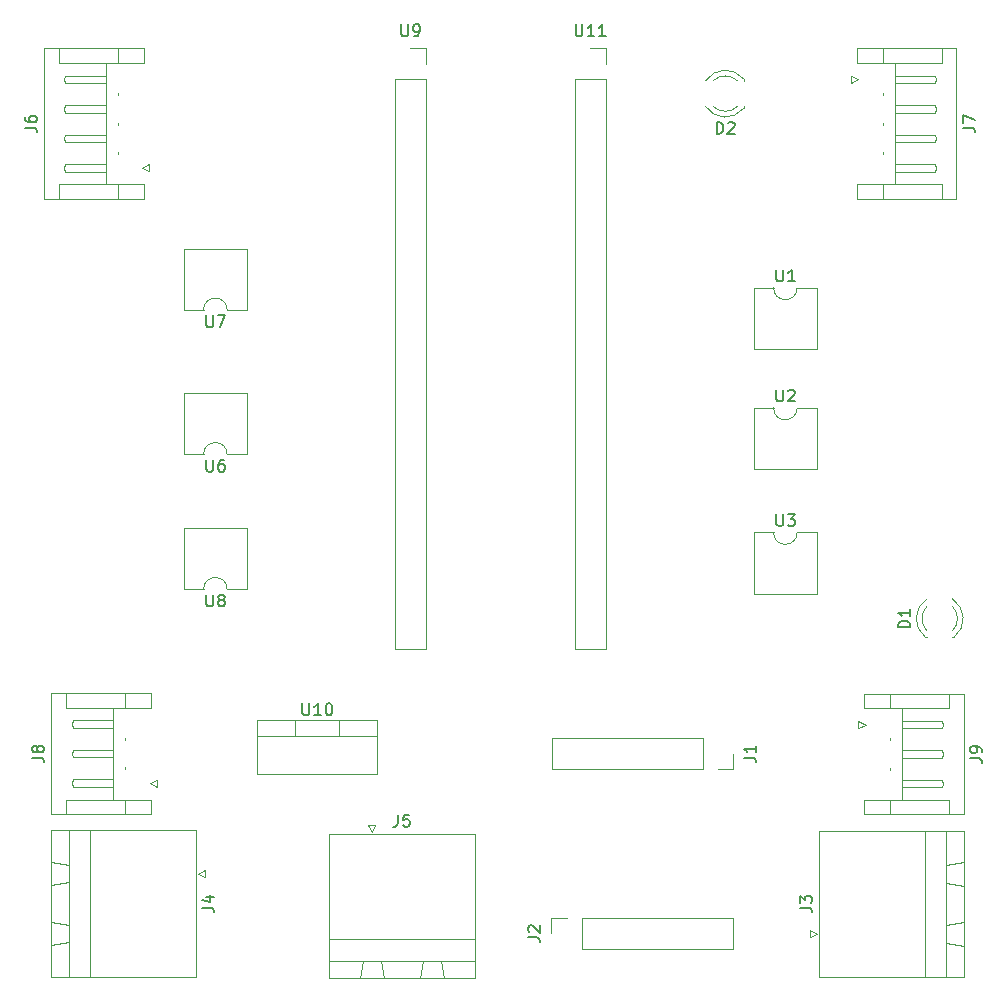
<source format=gbr>
%TF.GenerationSoftware,KiCad,Pcbnew,9.0.6-9.0.6~ubuntu24.04.1*%
%TF.CreationDate,2025-12-18T19:32:48+03:00*%
%TF.ProjectId,BoardRover2,426f6172-6452-46f7-9665-72322e6b6963,rev?*%
%TF.SameCoordinates,Original*%
%TF.FileFunction,Legend,Top*%
%TF.FilePolarity,Positive*%
%FSLAX46Y46*%
G04 Gerber Fmt 4.6, Leading zero omitted, Abs format (unit mm)*
G04 Created by KiCad (PCBNEW 9.0.6-9.0.6~ubuntu24.04.1) date 2025-12-18 19:32:48*
%MOMM*%
%LPD*%
G01*
G04 APERTURE LIST*
%ADD10C,0.150000*%
%ADD11C,0.120000*%
G04 APERTURE END LIST*
D10*
X193571905Y-64374819D02*
X193571905Y-63374819D01*
X193571905Y-63374819D02*
X193810000Y-63374819D01*
X193810000Y-63374819D02*
X193952857Y-63422438D01*
X193952857Y-63422438D02*
X194048095Y-63517676D01*
X194048095Y-63517676D02*
X194095714Y-63612914D01*
X194095714Y-63612914D02*
X194143333Y-63803390D01*
X194143333Y-63803390D02*
X194143333Y-63946247D01*
X194143333Y-63946247D02*
X194095714Y-64136723D01*
X194095714Y-64136723D02*
X194048095Y-64231961D01*
X194048095Y-64231961D02*
X193952857Y-64327200D01*
X193952857Y-64327200D02*
X193810000Y-64374819D01*
X193810000Y-64374819D02*
X193571905Y-64374819D01*
X194524286Y-63470057D02*
X194571905Y-63422438D01*
X194571905Y-63422438D02*
X194667143Y-63374819D01*
X194667143Y-63374819D02*
X194905238Y-63374819D01*
X194905238Y-63374819D02*
X195000476Y-63422438D01*
X195000476Y-63422438D02*
X195048095Y-63470057D01*
X195048095Y-63470057D02*
X195095714Y-63565295D01*
X195095714Y-63565295D02*
X195095714Y-63660533D01*
X195095714Y-63660533D02*
X195048095Y-63803390D01*
X195048095Y-63803390D02*
X194476667Y-64374819D01*
X194476667Y-64374819D02*
X195095714Y-64374819D01*
X209956809Y-106148094D02*
X208956809Y-106148094D01*
X208956809Y-106148094D02*
X208956809Y-105909999D01*
X208956809Y-105909999D02*
X209004428Y-105767142D01*
X209004428Y-105767142D02*
X209099666Y-105671904D01*
X209099666Y-105671904D02*
X209194904Y-105624285D01*
X209194904Y-105624285D02*
X209385380Y-105576666D01*
X209385380Y-105576666D02*
X209528237Y-105576666D01*
X209528237Y-105576666D02*
X209718713Y-105624285D01*
X209718713Y-105624285D02*
X209813951Y-105671904D01*
X209813951Y-105671904D02*
X209909190Y-105767142D01*
X209909190Y-105767142D02*
X209956809Y-105909999D01*
X209956809Y-105909999D02*
X209956809Y-106148094D01*
X209956809Y-104624285D02*
X209956809Y-105195713D01*
X209956809Y-104909999D02*
X208956809Y-104909999D01*
X208956809Y-104909999D02*
X209099666Y-105005237D01*
X209099666Y-105005237D02*
X209194904Y-105100475D01*
X209194904Y-105100475D02*
X209242523Y-105195713D01*
X166589166Y-122017319D02*
X166589166Y-122731604D01*
X166589166Y-122731604D02*
X166541547Y-122874461D01*
X166541547Y-122874461D02*
X166446309Y-122969700D01*
X166446309Y-122969700D02*
X166303452Y-123017319D01*
X166303452Y-123017319D02*
X166208214Y-123017319D01*
X167541547Y-122017319D02*
X167065357Y-122017319D01*
X167065357Y-122017319D02*
X167017738Y-122493509D01*
X167017738Y-122493509D02*
X167065357Y-122445890D01*
X167065357Y-122445890D02*
X167160595Y-122398271D01*
X167160595Y-122398271D02*
X167398690Y-122398271D01*
X167398690Y-122398271D02*
X167493928Y-122445890D01*
X167493928Y-122445890D02*
X167541547Y-122493509D01*
X167541547Y-122493509D02*
X167589166Y-122588747D01*
X167589166Y-122588747D02*
X167589166Y-122826842D01*
X167589166Y-122826842D02*
X167541547Y-122922080D01*
X167541547Y-122922080D02*
X167493928Y-122969700D01*
X167493928Y-122969700D02*
X167398690Y-123017319D01*
X167398690Y-123017319D02*
X167160595Y-123017319D01*
X167160595Y-123017319D02*
X167065357Y-122969700D01*
X167065357Y-122969700D02*
X167017738Y-122922080D01*
X150368095Y-91959819D02*
X150368095Y-92769342D01*
X150368095Y-92769342D02*
X150415714Y-92864580D01*
X150415714Y-92864580D02*
X150463333Y-92912200D01*
X150463333Y-92912200D02*
X150558571Y-92959819D01*
X150558571Y-92959819D02*
X150749047Y-92959819D01*
X150749047Y-92959819D02*
X150844285Y-92912200D01*
X150844285Y-92912200D02*
X150891904Y-92864580D01*
X150891904Y-92864580D02*
X150939523Y-92769342D01*
X150939523Y-92769342D02*
X150939523Y-91959819D01*
X151844285Y-91959819D02*
X151653809Y-91959819D01*
X151653809Y-91959819D02*
X151558571Y-92007438D01*
X151558571Y-92007438D02*
X151510952Y-92055057D01*
X151510952Y-92055057D02*
X151415714Y-92197914D01*
X151415714Y-92197914D02*
X151368095Y-92388390D01*
X151368095Y-92388390D02*
X151368095Y-92769342D01*
X151368095Y-92769342D02*
X151415714Y-92864580D01*
X151415714Y-92864580D02*
X151463333Y-92912200D01*
X151463333Y-92912200D02*
X151558571Y-92959819D01*
X151558571Y-92959819D02*
X151749047Y-92959819D01*
X151749047Y-92959819D02*
X151844285Y-92912200D01*
X151844285Y-92912200D02*
X151891904Y-92864580D01*
X151891904Y-92864580D02*
X151939523Y-92769342D01*
X151939523Y-92769342D02*
X151939523Y-92531247D01*
X151939523Y-92531247D02*
X151891904Y-92436009D01*
X151891904Y-92436009D02*
X151844285Y-92388390D01*
X151844285Y-92388390D02*
X151749047Y-92340771D01*
X151749047Y-92340771D02*
X151558571Y-92340771D01*
X151558571Y-92340771D02*
X151463333Y-92388390D01*
X151463333Y-92388390D02*
X151415714Y-92436009D01*
X151415714Y-92436009D02*
X151368095Y-92531247D01*
X215034519Y-117213333D02*
X215748804Y-117213333D01*
X215748804Y-117213333D02*
X215891661Y-117260952D01*
X215891661Y-117260952D02*
X215986900Y-117356190D01*
X215986900Y-117356190D02*
X216034519Y-117499047D01*
X216034519Y-117499047D02*
X216034519Y-117594285D01*
X216034519Y-116689523D02*
X216034519Y-116499047D01*
X216034519Y-116499047D02*
X215986900Y-116403809D01*
X215986900Y-116403809D02*
X215939280Y-116356190D01*
X215939280Y-116356190D02*
X215796423Y-116260952D01*
X215796423Y-116260952D02*
X215605947Y-116213333D01*
X215605947Y-116213333D02*
X215224995Y-116213333D01*
X215224995Y-116213333D02*
X215129757Y-116260952D01*
X215129757Y-116260952D02*
X215082138Y-116308571D01*
X215082138Y-116308571D02*
X215034519Y-116403809D01*
X215034519Y-116403809D02*
X215034519Y-116594285D01*
X215034519Y-116594285D02*
X215082138Y-116689523D01*
X215082138Y-116689523D02*
X215129757Y-116737142D01*
X215129757Y-116737142D02*
X215224995Y-116784761D01*
X215224995Y-116784761D02*
X215463090Y-116784761D01*
X215463090Y-116784761D02*
X215558328Y-116737142D01*
X215558328Y-116737142D02*
X215605947Y-116689523D01*
X215605947Y-116689523D02*
X215653566Y-116594285D01*
X215653566Y-116594285D02*
X215653566Y-116403809D01*
X215653566Y-116403809D02*
X215605947Y-116308571D01*
X215605947Y-116308571D02*
X215558328Y-116260952D01*
X215558328Y-116260952D02*
X215463090Y-116213333D01*
X198628095Y-96574819D02*
X198628095Y-97384342D01*
X198628095Y-97384342D02*
X198675714Y-97479580D01*
X198675714Y-97479580D02*
X198723333Y-97527200D01*
X198723333Y-97527200D02*
X198818571Y-97574819D01*
X198818571Y-97574819D02*
X199009047Y-97574819D01*
X199009047Y-97574819D02*
X199104285Y-97527200D01*
X199104285Y-97527200D02*
X199151904Y-97479580D01*
X199151904Y-97479580D02*
X199199523Y-97384342D01*
X199199523Y-97384342D02*
X199199523Y-96574819D01*
X199580476Y-96574819D02*
X200199523Y-96574819D01*
X200199523Y-96574819D02*
X199866190Y-96955771D01*
X199866190Y-96955771D02*
X200009047Y-96955771D01*
X200009047Y-96955771D02*
X200104285Y-97003390D01*
X200104285Y-97003390D02*
X200151904Y-97051009D01*
X200151904Y-97051009D02*
X200199523Y-97146247D01*
X200199523Y-97146247D02*
X200199523Y-97384342D01*
X200199523Y-97384342D02*
X200151904Y-97479580D01*
X200151904Y-97479580D02*
X200104285Y-97527200D01*
X200104285Y-97527200D02*
X200009047Y-97574819D01*
X200009047Y-97574819D02*
X199723333Y-97574819D01*
X199723333Y-97574819D02*
X199628095Y-97527200D01*
X199628095Y-97527200D02*
X199580476Y-97479580D01*
X150014819Y-129873333D02*
X150729104Y-129873333D01*
X150729104Y-129873333D02*
X150871961Y-129920952D01*
X150871961Y-129920952D02*
X150967200Y-130016190D01*
X150967200Y-130016190D02*
X151014819Y-130159047D01*
X151014819Y-130159047D02*
X151014819Y-130254285D01*
X150348152Y-128968571D02*
X151014819Y-128968571D01*
X149967200Y-129206666D02*
X150681485Y-129444761D01*
X150681485Y-129444761D02*
X150681485Y-128825714D01*
X200634519Y-129883333D02*
X201348804Y-129883333D01*
X201348804Y-129883333D02*
X201491661Y-129930952D01*
X201491661Y-129930952D02*
X201586900Y-130026190D01*
X201586900Y-130026190D02*
X201634519Y-130169047D01*
X201634519Y-130169047D02*
X201634519Y-130264285D01*
X200634519Y-129502380D02*
X200634519Y-128883333D01*
X200634519Y-128883333D02*
X201015471Y-129216666D01*
X201015471Y-129216666D02*
X201015471Y-129073809D01*
X201015471Y-129073809D02*
X201063090Y-128978571D01*
X201063090Y-128978571D02*
X201110709Y-128930952D01*
X201110709Y-128930952D02*
X201205947Y-128883333D01*
X201205947Y-128883333D02*
X201444042Y-128883333D01*
X201444042Y-128883333D02*
X201539280Y-128930952D01*
X201539280Y-128930952D02*
X201586900Y-128978571D01*
X201586900Y-128978571D02*
X201634519Y-129073809D01*
X201634519Y-129073809D02*
X201634519Y-129359523D01*
X201634519Y-129359523D02*
X201586900Y-129454761D01*
X201586900Y-129454761D02*
X201539280Y-129502380D01*
X135004819Y-63833333D02*
X135719104Y-63833333D01*
X135719104Y-63833333D02*
X135861961Y-63880952D01*
X135861961Y-63880952D02*
X135957200Y-63976190D01*
X135957200Y-63976190D02*
X136004819Y-64119047D01*
X136004819Y-64119047D02*
X136004819Y-64214285D01*
X135004819Y-62928571D02*
X135004819Y-63119047D01*
X135004819Y-63119047D02*
X135052438Y-63214285D01*
X135052438Y-63214285D02*
X135100057Y-63261904D01*
X135100057Y-63261904D02*
X135242914Y-63357142D01*
X135242914Y-63357142D02*
X135433390Y-63404761D01*
X135433390Y-63404761D02*
X135814342Y-63404761D01*
X135814342Y-63404761D02*
X135909580Y-63357142D01*
X135909580Y-63357142D02*
X135957200Y-63309523D01*
X135957200Y-63309523D02*
X136004819Y-63214285D01*
X136004819Y-63214285D02*
X136004819Y-63023809D01*
X136004819Y-63023809D02*
X135957200Y-62928571D01*
X135957200Y-62928571D02*
X135909580Y-62880952D01*
X135909580Y-62880952D02*
X135814342Y-62833333D01*
X135814342Y-62833333D02*
X135576247Y-62833333D01*
X135576247Y-62833333D02*
X135481009Y-62880952D01*
X135481009Y-62880952D02*
X135433390Y-62928571D01*
X135433390Y-62928571D02*
X135385771Y-63023809D01*
X135385771Y-63023809D02*
X135385771Y-63214285D01*
X135385771Y-63214285D02*
X135433390Y-63309523D01*
X135433390Y-63309523D02*
X135481009Y-63357142D01*
X135481009Y-63357142D02*
X135576247Y-63404761D01*
X166878095Y-55104819D02*
X166878095Y-55914342D01*
X166878095Y-55914342D02*
X166925714Y-56009580D01*
X166925714Y-56009580D02*
X166973333Y-56057200D01*
X166973333Y-56057200D02*
X167068571Y-56104819D01*
X167068571Y-56104819D02*
X167259047Y-56104819D01*
X167259047Y-56104819D02*
X167354285Y-56057200D01*
X167354285Y-56057200D02*
X167401904Y-56009580D01*
X167401904Y-56009580D02*
X167449523Y-55914342D01*
X167449523Y-55914342D02*
X167449523Y-55104819D01*
X167973333Y-56104819D02*
X168163809Y-56104819D01*
X168163809Y-56104819D02*
X168259047Y-56057200D01*
X168259047Y-56057200D02*
X168306666Y-56009580D01*
X168306666Y-56009580D02*
X168401904Y-55866723D01*
X168401904Y-55866723D02*
X168449523Y-55676247D01*
X168449523Y-55676247D02*
X168449523Y-55295295D01*
X168449523Y-55295295D02*
X168401904Y-55200057D01*
X168401904Y-55200057D02*
X168354285Y-55152438D01*
X168354285Y-55152438D02*
X168259047Y-55104819D01*
X168259047Y-55104819D02*
X168068571Y-55104819D01*
X168068571Y-55104819D02*
X167973333Y-55152438D01*
X167973333Y-55152438D02*
X167925714Y-55200057D01*
X167925714Y-55200057D02*
X167878095Y-55295295D01*
X167878095Y-55295295D02*
X167878095Y-55533390D01*
X167878095Y-55533390D02*
X167925714Y-55628628D01*
X167925714Y-55628628D02*
X167973333Y-55676247D01*
X167973333Y-55676247D02*
X168068571Y-55723866D01*
X168068571Y-55723866D02*
X168259047Y-55723866D01*
X168259047Y-55723866D02*
X168354285Y-55676247D01*
X168354285Y-55676247D02*
X168401904Y-55628628D01*
X168401904Y-55628628D02*
X168449523Y-55533390D01*
X135614819Y-117170233D02*
X136329104Y-117170233D01*
X136329104Y-117170233D02*
X136471961Y-117217852D01*
X136471961Y-117217852D02*
X136567200Y-117313090D01*
X136567200Y-117313090D02*
X136614819Y-117455947D01*
X136614819Y-117455947D02*
X136614819Y-117551185D01*
X136043390Y-116551185D02*
X135995771Y-116646423D01*
X135995771Y-116646423D02*
X135948152Y-116694042D01*
X135948152Y-116694042D02*
X135852914Y-116741661D01*
X135852914Y-116741661D02*
X135805295Y-116741661D01*
X135805295Y-116741661D02*
X135710057Y-116694042D01*
X135710057Y-116694042D02*
X135662438Y-116646423D01*
X135662438Y-116646423D02*
X135614819Y-116551185D01*
X135614819Y-116551185D02*
X135614819Y-116360709D01*
X135614819Y-116360709D02*
X135662438Y-116265471D01*
X135662438Y-116265471D02*
X135710057Y-116217852D01*
X135710057Y-116217852D02*
X135805295Y-116170233D01*
X135805295Y-116170233D02*
X135852914Y-116170233D01*
X135852914Y-116170233D02*
X135948152Y-116217852D01*
X135948152Y-116217852D02*
X135995771Y-116265471D01*
X135995771Y-116265471D02*
X136043390Y-116360709D01*
X136043390Y-116360709D02*
X136043390Y-116551185D01*
X136043390Y-116551185D02*
X136091009Y-116646423D01*
X136091009Y-116646423D02*
X136138628Y-116694042D01*
X136138628Y-116694042D02*
X136233866Y-116741661D01*
X136233866Y-116741661D02*
X136424342Y-116741661D01*
X136424342Y-116741661D02*
X136519580Y-116694042D01*
X136519580Y-116694042D02*
X136567200Y-116646423D01*
X136567200Y-116646423D02*
X136614819Y-116551185D01*
X136614819Y-116551185D02*
X136614819Y-116360709D01*
X136614819Y-116360709D02*
X136567200Y-116265471D01*
X136567200Y-116265471D02*
X136519580Y-116217852D01*
X136519580Y-116217852D02*
X136424342Y-116170233D01*
X136424342Y-116170233D02*
X136233866Y-116170233D01*
X136233866Y-116170233D02*
X136138628Y-116217852D01*
X136138628Y-116217852D02*
X136091009Y-116265471D01*
X136091009Y-116265471D02*
X136043390Y-116360709D01*
X150368095Y-103384819D02*
X150368095Y-104194342D01*
X150368095Y-104194342D02*
X150415714Y-104289580D01*
X150415714Y-104289580D02*
X150463333Y-104337200D01*
X150463333Y-104337200D02*
X150558571Y-104384819D01*
X150558571Y-104384819D02*
X150749047Y-104384819D01*
X150749047Y-104384819D02*
X150844285Y-104337200D01*
X150844285Y-104337200D02*
X150891904Y-104289580D01*
X150891904Y-104289580D02*
X150939523Y-104194342D01*
X150939523Y-104194342D02*
X150939523Y-103384819D01*
X151558571Y-103813390D02*
X151463333Y-103765771D01*
X151463333Y-103765771D02*
X151415714Y-103718152D01*
X151415714Y-103718152D02*
X151368095Y-103622914D01*
X151368095Y-103622914D02*
X151368095Y-103575295D01*
X151368095Y-103575295D02*
X151415714Y-103480057D01*
X151415714Y-103480057D02*
X151463333Y-103432438D01*
X151463333Y-103432438D02*
X151558571Y-103384819D01*
X151558571Y-103384819D02*
X151749047Y-103384819D01*
X151749047Y-103384819D02*
X151844285Y-103432438D01*
X151844285Y-103432438D02*
X151891904Y-103480057D01*
X151891904Y-103480057D02*
X151939523Y-103575295D01*
X151939523Y-103575295D02*
X151939523Y-103622914D01*
X151939523Y-103622914D02*
X151891904Y-103718152D01*
X151891904Y-103718152D02*
X151844285Y-103765771D01*
X151844285Y-103765771D02*
X151749047Y-103813390D01*
X151749047Y-103813390D02*
X151558571Y-103813390D01*
X151558571Y-103813390D02*
X151463333Y-103861009D01*
X151463333Y-103861009D02*
X151415714Y-103908628D01*
X151415714Y-103908628D02*
X151368095Y-104003866D01*
X151368095Y-104003866D02*
X151368095Y-104194342D01*
X151368095Y-104194342D02*
X151415714Y-104289580D01*
X151415714Y-104289580D02*
X151463333Y-104337200D01*
X151463333Y-104337200D02*
X151558571Y-104384819D01*
X151558571Y-104384819D02*
X151749047Y-104384819D01*
X151749047Y-104384819D02*
X151844285Y-104337200D01*
X151844285Y-104337200D02*
X151891904Y-104289580D01*
X151891904Y-104289580D02*
X151939523Y-104194342D01*
X151939523Y-104194342D02*
X151939523Y-104003866D01*
X151939523Y-104003866D02*
X151891904Y-103908628D01*
X151891904Y-103908628D02*
X151844285Y-103861009D01*
X151844285Y-103861009D02*
X151749047Y-103813390D01*
X214424519Y-63833333D02*
X215138804Y-63833333D01*
X215138804Y-63833333D02*
X215281661Y-63880952D01*
X215281661Y-63880952D02*
X215376900Y-63976190D01*
X215376900Y-63976190D02*
X215424519Y-64119047D01*
X215424519Y-64119047D02*
X215424519Y-64214285D01*
X214424519Y-63452380D02*
X214424519Y-62785714D01*
X214424519Y-62785714D02*
X215424519Y-63214285D01*
X177607319Y-132388333D02*
X178321604Y-132388333D01*
X178321604Y-132388333D02*
X178464461Y-132435952D01*
X178464461Y-132435952D02*
X178559700Y-132531190D01*
X178559700Y-132531190D02*
X178607319Y-132674047D01*
X178607319Y-132674047D02*
X178607319Y-132769285D01*
X177702557Y-131959761D02*
X177654938Y-131912142D01*
X177654938Y-131912142D02*
X177607319Y-131816904D01*
X177607319Y-131816904D02*
X177607319Y-131578809D01*
X177607319Y-131578809D02*
X177654938Y-131483571D01*
X177654938Y-131483571D02*
X177702557Y-131435952D01*
X177702557Y-131435952D02*
X177797795Y-131388333D01*
X177797795Y-131388333D02*
X177893033Y-131388333D01*
X177893033Y-131388333D02*
X178035890Y-131435952D01*
X178035890Y-131435952D02*
X178607319Y-132007380D01*
X178607319Y-132007380D02*
X178607319Y-131388333D01*
X195874819Y-117173333D02*
X196589104Y-117173333D01*
X196589104Y-117173333D02*
X196731961Y-117220952D01*
X196731961Y-117220952D02*
X196827200Y-117316190D01*
X196827200Y-117316190D02*
X196874819Y-117459047D01*
X196874819Y-117459047D02*
X196874819Y-117554285D01*
X196874819Y-116173333D02*
X196874819Y-116744761D01*
X196874819Y-116459047D02*
X195874819Y-116459047D01*
X195874819Y-116459047D02*
X196017676Y-116554285D01*
X196017676Y-116554285D02*
X196112914Y-116649523D01*
X196112914Y-116649523D02*
X196160533Y-116744761D01*
X150368095Y-79734819D02*
X150368095Y-80544342D01*
X150368095Y-80544342D02*
X150415714Y-80639580D01*
X150415714Y-80639580D02*
X150463333Y-80687200D01*
X150463333Y-80687200D02*
X150558571Y-80734819D01*
X150558571Y-80734819D02*
X150749047Y-80734819D01*
X150749047Y-80734819D02*
X150844285Y-80687200D01*
X150844285Y-80687200D02*
X150891904Y-80639580D01*
X150891904Y-80639580D02*
X150939523Y-80544342D01*
X150939523Y-80544342D02*
X150939523Y-79734819D01*
X151320476Y-79734819D02*
X151987142Y-79734819D01*
X151987142Y-79734819D02*
X151558571Y-80734819D01*
X198628095Y-75854819D02*
X198628095Y-76664342D01*
X198628095Y-76664342D02*
X198675714Y-76759580D01*
X198675714Y-76759580D02*
X198723333Y-76807200D01*
X198723333Y-76807200D02*
X198818571Y-76854819D01*
X198818571Y-76854819D02*
X199009047Y-76854819D01*
X199009047Y-76854819D02*
X199104285Y-76807200D01*
X199104285Y-76807200D02*
X199151904Y-76759580D01*
X199151904Y-76759580D02*
X199199523Y-76664342D01*
X199199523Y-76664342D02*
X199199523Y-75854819D01*
X200199523Y-76854819D02*
X199628095Y-76854819D01*
X199913809Y-76854819D02*
X199913809Y-75854819D01*
X199913809Y-75854819D02*
X199818571Y-75997676D01*
X199818571Y-75997676D02*
X199723333Y-76092914D01*
X199723333Y-76092914D02*
X199628095Y-76140533D01*
X198628095Y-86024819D02*
X198628095Y-86834342D01*
X198628095Y-86834342D02*
X198675714Y-86929580D01*
X198675714Y-86929580D02*
X198723333Y-86977200D01*
X198723333Y-86977200D02*
X198818571Y-87024819D01*
X198818571Y-87024819D02*
X199009047Y-87024819D01*
X199009047Y-87024819D02*
X199104285Y-86977200D01*
X199104285Y-86977200D02*
X199151904Y-86929580D01*
X199151904Y-86929580D02*
X199199523Y-86834342D01*
X199199523Y-86834342D02*
X199199523Y-86024819D01*
X199628095Y-86120057D02*
X199675714Y-86072438D01*
X199675714Y-86072438D02*
X199770952Y-86024819D01*
X199770952Y-86024819D02*
X200009047Y-86024819D01*
X200009047Y-86024819D02*
X200104285Y-86072438D01*
X200104285Y-86072438D02*
X200151904Y-86120057D01*
X200151904Y-86120057D02*
X200199523Y-86215295D01*
X200199523Y-86215295D02*
X200199523Y-86310533D01*
X200199523Y-86310533D02*
X200151904Y-86453390D01*
X200151904Y-86453390D02*
X199580476Y-87024819D01*
X199580476Y-87024819D02*
X200199523Y-87024819D01*
X158507459Y-112578115D02*
X158507459Y-113387638D01*
X158507459Y-113387638D02*
X158555078Y-113482876D01*
X158555078Y-113482876D02*
X158602697Y-113530496D01*
X158602697Y-113530496D02*
X158697935Y-113578115D01*
X158697935Y-113578115D02*
X158888411Y-113578115D01*
X158888411Y-113578115D02*
X158983649Y-113530496D01*
X158983649Y-113530496D02*
X159031268Y-113482876D01*
X159031268Y-113482876D02*
X159078887Y-113387638D01*
X159078887Y-113387638D02*
X159078887Y-112578115D01*
X160078887Y-113578115D02*
X159507459Y-113578115D01*
X159793173Y-113578115D02*
X159793173Y-112578115D01*
X159793173Y-112578115D02*
X159697935Y-112720972D01*
X159697935Y-112720972D02*
X159602697Y-112816210D01*
X159602697Y-112816210D02*
X159507459Y-112863829D01*
X160697935Y-112578115D02*
X160793173Y-112578115D01*
X160793173Y-112578115D02*
X160888411Y-112625734D01*
X160888411Y-112625734D02*
X160936030Y-112673353D01*
X160936030Y-112673353D02*
X160983649Y-112768591D01*
X160983649Y-112768591D02*
X161031268Y-112959067D01*
X161031268Y-112959067D02*
X161031268Y-113197162D01*
X161031268Y-113197162D02*
X160983649Y-113387638D01*
X160983649Y-113387638D02*
X160936030Y-113482876D01*
X160936030Y-113482876D02*
X160888411Y-113530496D01*
X160888411Y-113530496D02*
X160793173Y-113578115D01*
X160793173Y-113578115D02*
X160697935Y-113578115D01*
X160697935Y-113578115D02*
X160602697Y-113530496D01*
X160602697Y-113530496D02*
X160555078Y-113482876D01*
X160555078Y-113482876D02*
X160507459Y-113387638D01*
X160507459Y-113387638D02*
X160459840Y-113197162D01*
X160459840Y-113197162D02*
X160459840Y-112959067D01*
X160459840Y-112959067D02*
X160507459Y-112768591D01*
X160507459Y-112768591D02*
X160555078Y-112673353D01*
X160555078Y-112673353D02*
X160602697Y-112625734D01*
X160602697Y-112625734D02*
X160697935Y-112578115D01*
X181641905Y-55104819D02*
X181641905Y-55914342D01*
X181641905Y-55914342D02*
X181689524Y-56009580D01*
X181689524Y-56009580D02*
X181737143Y-56057200D01*
X181737143Y-56057200D02*
X181832381Y-56104819D01*
X181832381Y-56104819D02*
X182022857Y-56104819D01*
X182022857Y-56104819D02*
X182118095Y-56057200D01*
X182118095Y-56057200D02*
X182165714Y-56009580D01*
X182165714Y-56009580D02*
X182213333Y-55914342D01*
X182213333Y-55914342D02*
X182213333Y-55104819D01*
X183213333Y-56104819D02*
X182641905Y-56104819D01*
X182927619Y-56104819D02*
X182927619Y-55104819D01*
X182927619Y-55104819D02*
X182832381Y-55247676D01*
X182832381Y-55247676D02*
X182737143Y-55342914D01*
X182737143Y-55342914D02*
X182641905Y-55390533D01*
X184165714Y-56104819D02*
X183594286Y-56104819D01*
X183880000Y-56104819D02*
X183880000Y-55104819D01*
X183880000Y-55104819D02*
X183784762Y-55247676D01*
X183784762Y-55247676D02*
X183689524Y-55342914D01*
X183689524Y-55342914D02*
X183594286Y-55390533D01*
D11*
%TO.C,D2*%
X195870000Y-62196000D02*
X195870000Y-62040000D01*
X195870000Y-59880000D02*
X195870000Y-59724000D01*
X195870000Y-62195516D02*
G75*
G02*
X192638563Y-62040000I-1560000J1235516D01*
G01*
X195350961Y-62040000D02*
G75*
G02*
X193269039Y-62040000I-1040961J1080000D01*
G01*
X193269039Y-59880000D02*
G75*
G02*
X195350961Y-59880000I1040961J-1080000D01*
G01*
X192638563Y-59880000D02*
G75*
G02*
X195870000Y-59724484I1671437J-1080000D01*
G01*
%TO.C,D1*%
X213541990Y-103738563D02*
G75*
G02*
X213697506Y-106970000I-1080000J-1671437D01*
G01*
X213541990Y-104369039D02*
G75*
G02*
X213541990Y-106450961I-1080000J-1040961D01*
G01*
X211381990Y-106450961D02*
G75*
G02*
X211381990Y-104369039I1080000J1040961D01*
G01*
X211226474Y-106970000D02*
G75*
G02*
X211381990Y-103738563I1235516J1560000D01*
G01*
X213541990Y-106970000D02*
X213697990Y-106970000D01*
X211225990Y-106970000D02*
X211381990Y-106970000D01*
%TO.C,J5*%
X160732500Y-123652500D02*
X160732500Y-135872500D01*
X160732500Y-132572500D02*
X173112500Y-132572500D01*
X160732500Y-134372500D02*
X160732500Y-132572500D01*
X160732500Y-135872500D02*
X173112500Y-135872500D01*
X163382500Y-135872500D02*
X165382500Y-135872500D01*
X163632500Y-134372500D02*
X163382500Y-135872500D01*
X164082500Y-122852500D02*
X164682500Y-122852500D01*
X164382500Y-123452500D02*
X164082500Y-122852500D01*
X164682500Y-122852500D02*
X164382500Y-123452500D01*
X165132500Y-134372500D02*
X163632500Y-134372500D01*
X165382500Y-135872500D02*
X165132500Y-134372500D01*
X168462500Y-135872500D02*
X170462500Y-135872500D01*
X168712500Y-134372500D02*
X168462500Y-135872500D01*
X170212500Y-134372500D02*
X168712500Y-134372500D01*
X170462500Y-135872500D02*
X170212500Y-134372500D01*
X173112500Y-123652500D02*
X160732500Y-123652500D01*
X173112500Y-132572500D02*
X173112500Y-134372500D01*
X173112500Y-134372500D02*
X160732500Y-134372500D01*
X173112500Y-135872500D02*
X173112500Y-123652500D01*
%TO.C,U6*%
X148480000Y-86305000D02*
X148480000Y-91505000D01*
X148480000Y-91505000D02*
X150130000Y-91505000D01*
X152130000Y-91505000D02*
X153780000Y-91505000D01*
X153780000Y-86305000D02*
X148480000Y-86305000D01*
X153780000Y-91505000D02*
X153780000Y-86305000D01*
X150130000Y-91505000D02*
G75*
G02*
X152130000Y-91505000I1000000J0D01*
G01*
%TO.C,J9*%
X205579700Y-114080000D02*
X205579700Y-114680000D01*
X205579700Y-114680000D02*
X206179700Y-114380000D01*
X206069700Y-111770000D02*
X214489700Y-111770000D01*
X206069700Y-112990000D02*
X206069700Y-111770000D01*
X206069700Y-120770000D02*
X208269700Y-120770000D01*
X206069700Y-121990000D02*
X206069700Y-120770000D01*
X206179700Y-114380000D02*
X205579700Y-114080000D01*
X208269700Y-112990000D02*
X206069700Y-112990000D01*
X208269700Y-112990000D02*
X208269700Y-111770000D01*
X208269700Y-115550000D02*
X208269700Y-115710000D01*
X208269700Y-118050000D02*
X208269700Y-118210000D01*
X208269700Y-120770000D02*
X208269700Y-121990000D01*
X209269700Y-112990000D02*
X209269700Y-120770000D01*
X209269700Y-114060000D02*
X212689700Y-114060000D01*
X209269700Y-114380000D02*
X209269700Y-114060000D01*
X209269700Y-114700000D02*
X209269700Y-114380000D01*
X209269700Y-116560000D02*
X212689700Y-116560000D01*
X209269700Y-116880000D02*
X209269700Y-116560000D01*
X209269700Y-117200000D02*
X209269700Y-116880000D01*
X209269700Y-119060000D02*
X212689700Y-119060000D01*
X209269700Y-119380000D02*
X209269700Y-119060000D01*
X209269700Y-119700000D02*
X209269700Y-119380000D01*
X212689700Y-114060000D02*
X212769700Y-114380000D01*
X212689700Y-114700000D02*
X209269700Y-114700000D01*
X212689700Y-116560000D02*
X212769700Y-116880000D01*
X212689700Y-117200000D02*
X209269700Y-117200000D01*
X212689700Y-119060000D02*
X212769700Y-119380000D01*
X212689700Y-119700000D02*
X209269700Y-119700000D01*
X212769700Y-114380000D02*
X212689700Y-114700000D01*
X212769700Y-116880000D02*
X212689700Y-117200000D01*
X212769700Y-119380000D02*
X212689700Y-119700000D01*
X213269700Y-111770000D02*
X213269700Y-112990000D01*
X213269700Y-112990000D02*
X208269700Y-112990000D01*
X213269700Y-120770000D02*
X208269700Y-120770000D01*
X213269700Y-121990000D02*
X213269700Y-120770000D01*
X214489700Y-111770000D02*
X214489700Y-121990000D01*
X214489700Y-121990000D02*
X206069700Y-121990000D01*
%TO.C,U3*%
X196740000Y-98120000D02*
X196740000Y-103320000D01*
X196740000Y-103320000D02*
X202040000Y-103320000D01*
X198390000Y-98120000D02*
X196740000Y-98120000D01*
X202040000Y-98120000D02*
X200390000Y-98120000D01*
X202040000Y-103320000D02*
X202040000Y-98120000D01*
X200390000Y-98120000D02*
G75*
G02*
X198390000Y-98120000I-1000000J0D01*
G01*
%TO.C,J4*%
X137250000Y-123350000D02*
X137250000Y-135730000D01*
X137250000Y-126000000D02*
X137250000Y-128000000D01*
X137250000Y-128000000D02*
X138750000Y-127750000D01*
X137250000Y-131080000D02*
X137250000Y-133080000D01*
X137250000Y-133080000D02*
X138750000Y-132830000D01*
X137250000Y-135730000D02*
X149470000Y-135730000D01*
X138750000Y-123350000D02*
X140550000Y-123350000D01*
X138750000Y-126250000D02*
X137250000Y-126000000D01*
X138750000Y-127750000D02*
X138750000Y-126250000D01*
X138750000Y-131330000D02*
X137250000Y-131080000D01*
X138750000Y-132830000D02*
X138750000Y-131330000D01*
X138750000Y-135730000D02*
X138750000Y-123350000D01*
X140550000Y-123350000D02*
X140550000Y-135730000D01*
X140550000Y-135730000D02*
X138750000Y-135730000D01*
X149470000Y-123350000D02*
X137250000Y-123350000D01*
X149470000Y-135730000D02*
X149470000Y-123350000D01*
X149670000Y-127000000D02*
X150270000Y-126700000D01*
X150270000Y-126700000D02*
X150270000Y-127300000D01*
X150270000Y-127300000D02*
X149670000Y-127000000D01*
%TO.C,J3*%
X201469700Y-131790000D02*
X202069700Y-132090000D01*
X201469700Y-132390000D02*
X201469700Y-131790000D01*
X202069700Y-132090000D02*
X201469700Y-132390000D01*
X202269700Y-123360000D02*
X202269700Y-135740000D01*
X202269700Y-135740000D02*
X214489700Y-135740000D01*
X211189700Y-123360000D02*
X212989700Y-123360000D01*
X211189700Y-135740000D02*
X211189700Y-123360000D01*
X212989700Y-123360000D02*
X212989700Y-135740000D01*
X212989700Y-126260000D02*
X212989700Y-127760000D01*
X212989700Y-127760000D02*
X214489700Y-128010000D01*
X212989700Y-131340000D02*
X212989700Y-132840000D01*
X212989700Y-132840000D02*
X214489700Y-133090000D01*
X212989700Y-135740000D02*
X211189700Y-135740000D01*
X214489700Y-123360000D02*
X202269700Y-123360000D01*
X214489700Y-126010000D02*
X212989700Y-126260000D01*
X214489700Y-128010000D02*
X214489700Y-126010000D01*
X214489700Y-131090000D02*
X212989700Y-131340000D01*
X214489700Y-133090000D02*
X214489700Y-131090000D01*
X214489700Y-135740000D02*
X214489700Y-123360000D01*
%TO.C,J6*%
X136640000Y-57140000D02*
X145060000Y-57140000D01*
X136640000Y-69860000D02*
X136640000Y-57140000D01*
X137860000Y-57140000D02*
X137860000Y-58360000D01*
X137860000Y-58360000D02*
X142860000Y-58360000D01*
X137860000Y-68640000D02*
X142860000Y-68640000D01*
X137860000Y-69860000D02*
X137860000Y-68640000D01*
X138360000Y-59750000D02*
X138440000Y-59430000D01*
X138360000Y-62250000D02*
X138440000Y-61930000D01*
X138360000Y-64750000D02*
X138440000Y-64430000D01*
X138360000Y-67250000D02*
X138440000Y-66930000D01*
X138440000Y-59430000D02*
X141860000Y-59430000D01*
X138440000Y-60070000D02*
X138360000Y-59750000D01*
X138440000Y-61930000D02*
X141860000Y-61930000D01*
X138440000Y-62570000D02*
X138360000Y-62250000D01*
X138440000Y-64430000D02*
X141860000Y-64430000D01*
X138440000Y-65070000D02*
X138360000Y-64750000D01*
X138440000Y-66930000D02*
X141860000Y-66930000D01*
X138440000Y-67570000D02*
X138360000Y-67250000D01*
X141860000Y-59430000D02*
X141860000Y-59750000D01*
X141860000Y-59750000D02*
X141860000Y-60070000D01*
X141860000Y-60070000D02*
X138440000Y-60070000D01*
X141860000Y-61930000D02*
X141860000Y-62250000D01*
X141860000Y-62250000D02*
X141860000Y-62570000D01*
X141860000Y-62570000D02*
X138440000Y-62570000D01*
X141860000Y-64430000D02*
X141860000Y-64750000D01*
X141860000Y-64750000D02*
X141860000Y-65070000D01*
X141860000Y-65070000D02*
X138440000Y-65070000D01*
X141860000Y-66930000D02*
X141860000Y-67250000D01*
X141860000Y-67250000D02*
X141860000Y-67570000D01*
X141860000Y-67570000D02*
X138440000Y-67570000D01*
X141860000Y-68640000D02*
X141860000Y-58360000D01*
X142860000Y-58360000D02*
X142860000Y-57140000D01*
X142860000Y-61080000D02*
X142860000Y-60920000D01*
X142860000Y-63580000D02*
X142860000Y-63420000D01*
X142860000Y-66080000D02*
X142860000Y-65920000D01*
X142860000Y-68640000D02*
X142860000Y-69860000D01*
X142860000Y-68640000D02*
X145060000Y-68640000D01*
X144950000Y-67250000D02*
X145550000Y-67550000D01*
X145060000Y-57140000D02*
X145060000Y-58360000D01*
X145060000Y-58360000D02*
X142860000Y-58360000D01*
X145060000Y-68640000D02*
X145060000Y-69860000D01*
X145060000Y-69860000D02*
X136640000Y-69860000D01*
X145550000Y-66950000D02*
X144950000Y-67250000D01*
X145550000Y-67550000D02*
X145550000Y-66950000D01*
%TO.C,U9*%
X166310000Y-59690000D02*
X166310000Y-108010000D01*
X166310000Y-59690000D02*
X168970000Y-59690000D01*
X166310000Y-108010000D02*
X168970000Y-108010000D01*
X167640000Y-57090000D02*
X168970000Y-57090000D01*
X168970000Y-57090000D02*
X168970000Y-58420000D01*
X168970000Y-59690000D02*
X168970000Y-108010000D01*
%TO.C,J8*%
X137250000Y-111726900D02*
X145670000Y-111726900D01*
X137250000Y-121946900D02*
X137250000Y-111726900D01*
X138470000Y-111726900D02*
X138470000Y-112946900D01*
X138470000Y-112946900D02*
X143470000Y-112946900D01*
X138470000Y-120726900D02*
X143470000Y-120726900D01*
X138470000Y-121946900D02*
X138470000Y-120726900D01*
X138970000Y-114336900D02*
X139050000Y-114016900D01*
X138970000Y-116836900D02*
X139050000Y-116516900D01*
X138970000Y-119336900D02*
X139050000Y-119016900D01*
X139050000Y-114016900D02*
X142470000Y-114016900D01*
X139050000Y-114656900D02*
X138970000Y-114336900D01*
X139050000Y-116516900D02*
X142470000Y-116516900D01*
X139050000Y-117156900D02*
X138970000Y-116836900D01*
X139050000Y-119016900D02*
X142470000Y-119016900D01*
X139050000Y-119656900D02*
X138970000Y-119336900D01*
X142470000Y-114016900D02*
X142470000Y-114336900D01*
X142470000Y-114336900D02*
X142470000Y-114656900D01*
X142470000Y-114656900D02*
X139050000Y-114656900D01*
X142470000Y-116516900D02*
X142470000Y-116836900D01*
X142470000Y-116836900D02*
X142470000Y-117156900D01*
X142470000Y-117156900D02*
X139050000Y-117156900D01*
X142470000Y-119016900D02*
X142470000Y-119336900D01*
X142470000Y-119336900D02*
X142470000Y-119656900D01*
X142470000Y-119656900D02*
X139050000Y-119656900D01*
X142470000Y-120726900D02*
X142470000Y-112946900D01*
X143470000Y-112946900D02*
X143470000Y-111726900D01*
X143470000Y-115666900D02*
X143470000Y-115506900D01*
X143470000Y-118166900D02*
X143470000Y-118006900D01*
X143470000Y-120726900D02*
X143470000Y-121946900D01*
X143470000Y-120726900D02*
X145670000Y-120726900D01*
X145560000Y-119336900D02*
X146160000Y-119636900D01*
X145670000Y-111726900D02*
X145670000Y-112946900D01*
X145670000Y-112946900D02*
X143470000Y-112946900D01*
X145670000Y-120726900D02*
X145670000Y-121946900D01*
X145670000Y-121946900D02*
X137250000Y-121946900D01*
X146160000Y-119036900D02*
X145560000Y-119336900D01*
X146160000Y-119636900D02*
X146160000Y-119036900D01*
%TO.C,U8*%
X148480000Y-97730000D02*
X148480000Y-102930000D01*
X148480000Y-102930000D02*
X150130000Y-102930000D01*
X152130000Y-102930000D02*
X153780000Y-102930000D01*
X153780000Y-97730000D02*
X148480000Y-97730000D01*
X153780000Y-102930000D02*
X153780000Y-97730000D01*
X150130000Y-102930000D02*
G75*
G02*
X152130000Y-102930000I1000000J0D01*
G01*
%TO.C,J7*%
X204969700Y-59450000D02*
X204969700Y-60050000D01*
X204969700Y-60050000D02*
X205569700Y-59750000D01*
X205459700Y-57140000D02*
X213879700Y-57140000D01*
X205459700Y-58360000D02*
X205459700Y-57140000D01*
X205459700Y-68640000D02*
X207659700Y-68640000D01*
X205459700Y-69860000D02*
X205459700Y-68640000D01*
X205569700Y-59750000D02*
X204969700Y-59450000D01*
X207659700Y-58360000D02*
X205459700Y-58360000D01*
X207659700Y-58360000D02*
X207659700Y-57140000D01*
X207659700Y-60920000D02*
X207659700Y-61080000D01*
X207659700Y-63420000D02*
X207659700Y-63580000D01*
X207659700Y-65920000D02*
X207659700Y-66080000D01*
X207659700Y-68640000D02*
X207659700Y-69860000D01*
X208659700Y-58360000D02*
X208659700Y-68640000D01*
X208659700Y-59430000D02*
X212079700Y-59430000D01*
X208659700Y-59750000D02*
X208659700Y-59430000D01*
X208659700Y-60070000D02*
X208659700Y-59750000D01*
X208659700Y-61930000D02*
X212079700Y-61930000D01*
X208659700Y-62250000D02*
X208659700Y-61930000D01*
X208659700Y-62570000D02*
X208659700Y-62250000D01*
X208659700Y-64430000D02*
X212079700Y-64430000D01*
X208659700Y-64750000D02*
X208659700Y-64430000D01*
X208659700Y-65070000D02*
X208659700Y-64750000D01*
X208659700Y-66930000D02*
X212079700Y-66930000D01*
X208659700Y-67250000D02*
X208659700Y-66930000D01*
X208659700Y-67570000D02*
X208659700Y-67250000D01*
X212079700Y-59430000D02*
X212159700Y-59750000D01*
X212079700Y-60070000D02*
X208659700Y-60070000D01*
X212079700Y-61930000D02*
X212159700Y-62250000D01*
X212079700Y-62570000D02*
X208659700Y-62570000D01*
X212079700Y-64430000D02*
X212159700Y-64750000D01*
X212079700Y-65070000D02*
X208659700Y-65070000D01*
X212079700Y-66930000D02*
X212159700Y-67250000D01*
X212079700Y-67570000D02*
X208659700Y-67570000D01*
X212159700Y-59750000D02*
X212079700Y-60070000D01*
X212159700Y-62250000D02*
X212079700Y-62570000D01*
X212159700Y-64750000D02*
X212079700Y-65070000D01*
X212159700Y-67250000D02*
X212079700Y-67570000D01*
X212659700Y-57140000D02*
X212659700Y-58360000D01*
X212659700Y-58360000D02*
X207659700Y-58360000D01*
X212659700Y-68640000D02*
X207659700Y-68640000D01*
X212659700Y-69860000D02*
X212659700Y-68640000D01*
X213879700Y-57140000D02*
X213879700Y-69860000D01*
X213879700Y-69860000D02*
X205459700Y-69860000D01*
%TO.C,J2*%
X179592500Y-130725000D02*
X180922500Y-130725000D01*
X179592500Y-132055000D02*
X179592500Y-130725000D01*
X182192500Y-130725000D02*
X194952500Y-130725000D01*
X182192500Y-133385000D02*
X182192500Y-130725000D01*
X182192500Y-133385000D02*
X194952500Y-133385000D01*
X194952500Y-133385000D02*
X194952500Y-130725000D01*
%TO.C,J1*%
X179620000Y-115510000D02*
X179620000Y-118170000D01*
X192380000Y-115510000D02*
X179620000Y-115510000D01*
X192380000Y-115510000D02*
X192380000Y-118170000D01*
X192380000Y-118170000D02*
X179620000Y-118170000D01*
X194980000Y-116840000D02*
X194980000Y-118170000D01*
X194980000Y-118170000D02*
X193650000Y-118170000D01*
%TO.C,U7*%
X148480000Y-74080000D02*
X148480000Y-79280000D01*
X148480000Y-79280000D02*
X150130000Y-79280000D01*
X152130000Y-79280000D02*
X153780000Y-79280000D01*
X153780000Y-74080000D02*
X148480000Y-74080000D01*
X153780000Y-79280000D02*
X153780000Y-74080000D01*
X150130000Y-79280000D02*
G75*
G02*
X152130000Y-79280000I1000000J0D01*
G01*
%TO.C,U1*%
X196740000Y-77400000D02*
X196740000Y-82600000D01*
X196740000Y-82600000D02*
X202040000Y-82600000D01*
X198390000Y-77400000D02*
X196740000Y-77400000D01*
X202040000Y-77400000D02*
X200390000Y-77400000D01*
X202040000Y-82600000D02*
X202040000Y-77400000D01*
X200390000Y-77400000D02*
G75*
G02*
X198390000Y-77400000I-1000000J0D01*
G01*
%TO.C,U2*%
X196740000Y-87570000D02*
X196740000Y-92770000D01*
X196740000Y-92770000D02*
X202040000Y-92770000D01*
X198390000Y-87570000D02*
X196740000Y-87570000D01*
X202040000Y-87570000D02*
X200390000Y-87570000D01*
X202040000Y-92770000D02*
X202040000Y-87570000D01*
X200390000Y-87570000D02*
G75*
G02*
X198390000Y-87570000I-1000000J0D01*
G01*
%TO.C,U10*%
X154635554Y-113963296D02*
X164855554Y-113963296D01*
X154635554Y-115343296D02*
X164855554Y-115343296D01*
X154635554Y-118583296D02*
X154635554Y-113963296D01*
X157895554Y-113963296D02*
X157895554Y-115343296D01*
X161595554Y-113963296D02*
X161595554Y-115343296D01*
X164855554Y-113963296D02*
X164855554Y-118583296D01*
X164855554Y-118583296D02*
X154635554Y-118583296D01*
%TO.C,U11*%
X181550000Y-59690000D02*
X181550000Y-108010000D01*
X181550000Y-59690000D02*
X184210000Y-59690000D01*
X181550000Y-108010000D02*
X184210000Y-108010000D01*
X182880000Y-57090000D02*
X184210000Y-57090000D01*
X184210000Y-57090000D02*
X184210000Y-58420000D01*
X184210000Y-59690000D02*
X184210000Y-108010000D01*
%TD*%
M02*

</source>
